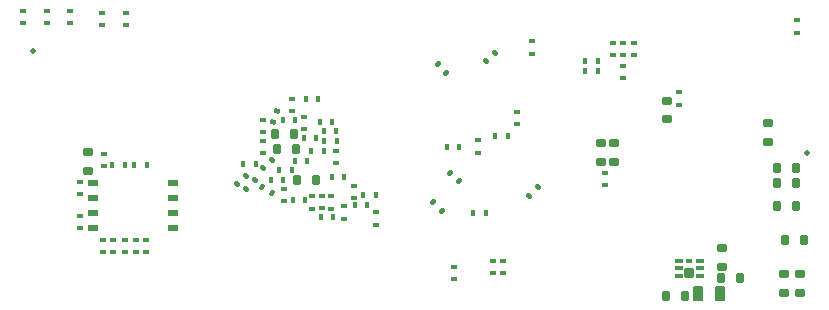
<source format=gbp>
G04*
G04 #@! TF.GenerationSoftware,Altium Limited,Altium Designer,22.5.1 (42)*
G04*
G04 Layer_Color=128*
%FSLAX24Y24*%
%MOIN*%
G70*
G04*
G04 #@! TF.SameCoordinates,15B8646E-C553-4937-87EE-17013A6B0CAB*
G04*
G04*
G04 #@! TF.FilePolarity,Positive*
G04*
G01*
G75*
%ADD16C,0.0197*%
G04:AMPARAMS|DCode=17|XSize=27.6mil|YSize=31.5mil|CornerRadius=3.4mil|HoleSize=0mil|Usage=FLASHONLY|Rotation=270.000|XOffset=0mil|YOffset=0mil|HoleType=Round|Shape=RoundedRectangle|*
%AMROUNDEDRECTD17*
21,1,0.0276,0.0246,0,0,270.0*
21,1,0.0207,0.0315,0,0,270.0*
1,1,0.0069,-0.0123,-0.0103*
1,1,0.0069,-0.0123,0.0103*
1,1,0.0069,0.0123,0.0103*
1,1,0.0069,0.0123,-0.0103*
%
%ADD17ROUNDEDRECTD17*%
G04:AMPARAMS|DCode=23|XSize=50mil|YSize=35mil|CornerRadius=4.4mil|HoleSize=0mil|Usage=FLASHONLY|Rotation=270.000|XOffset=0mil|YOffset=0mil|HoleType=Round|Shape=RoundedRectangle|*
%AMROUNDEDRECTD23*
21,1,0.0500,0.0263,0,0,270.0*
21,1,0.0413,0.0350,0,0,270.0*
1,1,0.0088,-0.0131,-0.0206*
1,1,0.0088,-0.0131,0.0206*
1,1,0.0088,0.0131,0.0206*
1,1,0.0088,0.0131,-0.0206*
%
%ADD23ROUNDEDRECTD23*%
G04:AMPARAMS|DCode=24|XSize=15.7mil|YSize=19.7mil|CornerRadius=2mil|HoleSize=0mil|Usage=FLASHONLY|Rotation=180.000|XOffset=0mil|YOffset=0mil|HoleType=Round|Shape=RoundedRectangle|*
%AMROUNDEDRECTD24*
21,1,0.0157,0.0157,0,0,180.0*
21,1,0.0118,0.0197,0,0,180.0*
1,1,0.0039,-0.0059,0.0079*
1,1,0.0039,0.0059,0.0079*
1,1,0.0039,0.0059,-0.0079*
1,1,0.0039,-0.0059,-0.0079*
%
%ADD24ROUNDEDRECTD24*%
G04:AMPARAMS|DCode=25|XSize=15.7mil|YSize=19.7mil|CornerRadius=2mil|HoleSize=0mil|Usage=FLASHONLY|Rotation=270.000|XOffset=0mil|YOffset=0mil|HoleType=Round|Shape=RoundedRectangle|*
%AMROUNDEDRECTD25*
21,1,0.0157,0.0157,0,0,270.0*
21,1,0.0118,0.0197,0,0,270.0*
1,1,0.0039,-0.0079,-0.0059*
1,1,0.0039,-0.0079,0.0059*
1,1,0.0039,0.0079,0.0059*
1,1,0.0039,0.0079,-0.0059*
%
%ADD25ROUNDEDRECTD25*%
G04:AMPARAMS|DCode=28|XSize=27.6mil|YSize=31.5mil|CornerRadius=3.4mil|HoleSize=0mil|Usage=FLASHONLY|Rotation=180.000|XOffset=0mil|YOffset=0mil|HoleType=Round|Shape=RoundedRectangle|*
%AMROUNDEDRECTD28*
21,1,0.0276,0.0246,0,0,180.0*
21,1,0.0207,0.0315,0,0,180.0*
1,1,0.0069,-0.0103,0.0123*
1,1,0.0069,0.0103,0.0123*
1,1,0.0069,0.0103,-0.0123*
1,1,0.0069,-0.0103,-0.0123*
%
%ADD28ROUNDEDRECTD28*%
G04:AMPARAMS|DCode=73|XSize=31.5mil|YSize=22.8mil|CornerRadius=2.9mil|HoleSize=0mil|Usage=FLASHONLY|Rotation=180.000|XOffset=0mil|YOffset=0mil|HoleType=Round|Shape=RoundedRectangle|*
%AMROUNDEDRECTD73*
21,1,0.0315,0.0171,0,0,180.0*
21,1,0.0258,0.0228,0,0,180.0*
1,1,0.0057,-0.0129,0.0086*
1,1,0.0057,0.0129,0.0086*
1,1,0.0057,0.0129,-0.0086*
1,1,0.0057,-0.0129,-0.0086*
%
%ADD73ROUNDEDRECTD73*%
G04:AMPARAMS|DCode=74|XSize=13.8mil|YSize=23.6mil|CornerRadius=1.7mil|HoleSize=0mil|Usage=FLASHONLY|Rotation=90.000|XOffset=0mil|YOffset=0mil|HoleType=Round|Shape=RoundedRectangle|*
%AMROUNDEDRECTD74*
21,1,0.0138,0.0202,0,0,90.0*
21,1,0.0103,0.0236,0,0,90.0*
1,1,0.0034,0.0101,0.0052*
1,1,0.0034,0.0101,-0.0052*
1,1,0.0034,-0.0101,-0.0052*
1,1,0.0034,-0.0101,0.0052*
%
%ADD74ROUNDEDRECTD74*%
G04:AMPARAMS|DCode=75|XSize=13.8mil|YSize=22mil|CornerRadius=1.7mil|HoleSize=0mil|Usage=FLASHONLY|Rotation=90.000|XOffset=0mil|YOffset=0mil|HoleType=Round|Shape=RoundedRectangle|*
%AMROUNDEDRECTD75*
21,1,0.0138,0.0186,0,0,90.0*
21,1,0.0103,0.0220,0,0,90.0*
1,1,0.0034,0.0093,0.0052*
1,1,0.0034,0.0093,-0.0052*
1,1,0.0034,-0.0093,-0.0052*
1,1,0.0034,-0.0093,0.0052*
%
%ADD75ROUNDEDRECTD75*%
G04:AMPARAMS|DCode=76|XSize=35.4mil|YSize=31.5mil|CornerRadius=3.9mil|HoleSize=0mil|Usage=FLASHONLY|Rotation=90.000|XOffset=0mil|YOffset=0mil|HoleType=Round|Shape=RoundedRectangle|*
%AMROUNDEDRECTD76*
21,1,0.0354,0.0236,0,0,90.0*
21,1,0.0276,0.0315,0,0,90.0*
1,1,0.0079,0.0118,0.0138*
1,1,0.0079,0.0118,-0.0138*
1,1,0.0079,-0.0118,-0.0138*
1,1,0.0079,-0.0118,0.0138*
%
%ADD76ROUNDEDRECTD76*%
G04:AMPARAMS|DCode=77|XSize=15.7mil|YSize=19.7mil|CornerRadius=2mil|HoleSize=0mil|Usage=FLASHONLY|Rotation=225.000|XOffset=0mil|YOffset=0mil|HoleType=Round|Shape=RoundedRectangle|*
%AMROUNDEDRECTD77*
21,1,0.0157,0.0157,0,0,225.0*
21,1,0.0118,0.0197,0,0,225.0*
1,1,0.0039,-0.0097,0.0014*
1,1,0.0039,-0.0014,0.0097*
1,1,0.0039,0.0097,-0.0014*
1,1,0.0039,0.0014,-0.0097*
%
%ADD77ROUNDEDRECTD77*%
G04:AMPARAMS|DCode=78|XSize=15.7mil|YSize=19.7mil|CornerRadius=2mil|HoleSize=0mil|Usage=FLASHONLY|Rotation=150.000|XOffset=0mil|YOffset=0mil|HoleType=Round|Shape=RoundedRectangle|*
%AMROUNDEDRECTD78*
21,1,0.0157,0.0157,0,0,150.0*
21,1,0.0118,0.0197,0,0,150.0*
1,1,0.0039,-0.0012,0.0098*
1,1,0.0039,0.0091,0.0039*
1,1,0.0039,0.0012,-0.0098*
1,1,0.0039,-0.0091,-0.0039*
%
%ADD78ROUNDEDRECTD78*%
G04:AMPARAMS|DCode=79|XSize=15.7mil|YSize=19.7mil|CornerRadius=2mil|HoleSize=0mil|Usage=FLASHONLY|Rotation=250.000|XOffset=0mil|YOffset=0mil|HoleType=Round|Shape=RoundedRectangle|*
%AMROUNDEDRECTD79*
21,1,0.0157,0.0157,0,0,250.0*
21,1,0.0118,0.0197,0,0,250.0*
1,1,0.0039,-0.0094,-0.0029*
1,1,0.0039,-0.0054,0.0082*
1,1,0.0039,0.0094,0.0029*
1,1,0.0039,0.0054,-0.0082*
%
%ADD79ROUNDEDRECTD79*%
G04:AMPARAMS|DCode=80|XSize=15.7mil|YSize=19.7mil|CornerRadius=2mil|HoleSize=0mil|Usage=FLASHONLY|Rotation=135.000|XOffset=0mil|YOffset=0mil|HoleType=Round|Shape=RoundedRectangle|*
%AMROUNDEDRECTD80*
21,1,0.0157,0.0157,0,0,135.0*
21,1,0.0118,0.0197,0,0,135.0*
1,1,0.0039,0.0014,0.0097*
1,1,0.0039,0.0097,0.0014*
1,1,0.0039,-0.0014,-0.0097*
1,1,0.0039,-0.0097,-0.0014*
%
%ADD80ROUNDEDRECTD80*%
D16*
X26709Y6628D02*
D03*
X932Y10033D02*
D03*
D17*
X25433Y7638D02*
D03*
Y7008D02*
D03*
X20300Y6980D02*
D03*
Y6350D02*
D03*
X22047Y8386D02*
D03*
Y7756D02*
D03*
X25945Y1969D02*
D03*
Y2598D02*
D03*
X26496Y1969D02*
D03*
Y2598D02*
D03*
X23876Y3481D02*
D03*
Y2851D02*
D03*
X19850Y6350D02*
D03*
Y6980D02*
D03*
X2740Y6656D02*
D03*
Y6026D02*
D03*
D23*
X23828Y1932D02*
D03*
X23080D02*
D03*
D24*
X3563Y6220D02*
D03*
X3976D02*
D03*
X4291Y6220D02*
D03*
X4705D02*
D03*
X14706Y6843D02*
D03*
X15120D02*
D03*
X10887Y5850D02*
D03*
X11300D02*
D03*
X12335Y5228D02*
D03*
X11922D02*
D03*
X9538Y6063D02*
D03*
X9124D02*
D03*
X10188Y6710D02*
D03*
X10602D02*
D03*
X9663Y7750D02*
D03*
X9250D02*
D03*
X10059Y6378D02*
D03*
X9646D02*
D03*
X9989Y5058D02*
D03*
X9575D02*
D03*
X7932Y6284D02*
D03*
X8345D02*
D03*
X10513Y4504D02*
D03*
X10926D02*
D03*
X11643Y4895D02*
D03*
X12056D02*
D03*
X9250Y5722D02*
D03*
X8836D02*
D03*
X10899Y7669D02*
D03*
X10486D02*
D03*
X19747Y9368D02*
D03*
X19333D02*
D03*
X19743Y9716D02*
D03*
X19330D02*
D03*
X11037Y7032D02*
D03*
X10623D02*
D03*
X10423Y8445D02*
D03*
X10010D02*
D03*
X9937Y7125D02*
D03*
X10351D02*
D03*
X11030Y7357D02*
D03*
X10617D02*
D03*
X16013Y4650D02*
D03*
X15600D02*
D03*
X16741Y7190D02*
D03*
X16328D02*
D03*
D25*
X3228Y10906D02*
D03*
Y11319D02*
D03*
X4016Y10906D02*
D03*
Y11319D02*
D03*
X26378Y10650D02*
D03*
Y11063D02*
D03*
X2165Y11378D02*
D03*
Y10965D02*
D03*
X1378Y11378D02*
D03*
Y10965D02*
D03*
X591Y11378D02*
D03*
Y10965D02*
D03*
X22450Y8250D02*
D03*
Y8663D02*
D03*
X9275Y5437D02*
D03*
Y5024D02*
D03*
X10233Y5198D02*
D03*
Y4785D02*
D03*
X12350Y4663D02*
D03*
Y4250D02*
D03*
X4000Y3337D02*
D03*
Y3750D02*
D03*
X20600Y10300D02*
D03*
Y9887D02*
D03*
X20250D02*
D03*
Y10300D02*
D03*
X11007Y6305D02*
D03*
Y6718D02*
D03*
X3250Y3337D02*
D03*
Y3750D02*
D03*
X3600Y3337D02*
D03*
Y3750D02*
D03*
X16600Y2637D02*
D03*
Y3050D02*
D03*
X17050Y7600D02*
D03*
Y8013D02*
D03*
X8588Y7742D02*
D03*
Y7328D02*
D03*
X20000Y5571D02*
D03*
Y5984D02*
D03*
X8583Y7047D02*
D03*
Y6634D02*
D03*
X11289Y4856D02*
D03*
Y4442D02*
D03*
X11612Y5135D02*
D03*
Y5549D02*
D03*
X10865Y5196D02*
D03*
Y4782D02*
D03*
X4700Y3337D02*
D03*
Y3750D02*
D03*
X4350Y3337D02*
D03*
Y3750D02*
D03*
X2480Y5669D02*
D03*
Y5256D02*
D03*
X3298Y6612D02*
D03*
Y6198D02*
D03*
X20950Y9887D02*
D03*
Y10300D02*
D03*
X20600Y9137D02*
D03*
Y9550D02*
D03*
X17557Y10354D02*
D03*
Y9941D02*
D03*
X15750Y6650D02*
D03*
Y7063D02*
D03*
X9950Y7437D02*
D03*
Y7850D02*
D03*
X9550Y8450D02*
D03*
Y8037D02*
D03*
X14967Y2433D02*
D03*
Y2846D02*
D03*
X16250Y2637D02*
D03*
Y3050D02*
D03*
X10539Y4790D02*
D03*
Y5204D02*
D03*
X2470Y4122D02*
D03*
Y4536D02*
D03*
D28*
X22656Y1875D02*
D03*
X22026D02*
D03*
X23855Y2459D02*
D03*
X24485D02*
D03*
X9606Y7283D02*
D03*
X8976D02*
D03*
X25709Y5630D02*
D03*
X26339D02*
D03*
X26339Y4882D02*
D03*
X25709D02*
D03*
X26339Y6142D02*
D03*
X25709D02*
D03*
X25984Y3740D02*
D03*
X26614D02*
D03*
X10336Y5753D02*
D03*
X9706D02*
D03*
X9061Y6772D02*
D03*
X9691D02*
D03*
D73*
X5591Y4646D02*
D03*
Y4146D02*
D03*
Y5646D02*
D03*
Y5146D02*
D03*
X2913Y5646D02*
D03*
Y4146D02*
D03*
Y4646D02*
D03*
Y5146D02*
D03*
D74*
X23150Y2795D02*
D03*
X22441Y3051D02*
D03*
X23150D02*
D03*
X22441Y2795D02*
D03*
Y2539D02*
D03*
X23150D02*
D03*
D75*
X22795Y3051D02*
D03*
D76*
Y2638D02*
D03*
D77*
X8599Y6121D02*
D03*
X8891Y6413D02*
D03*
X7717Y5591D02*
D03*
X8009Y5884D02*
D03*
X8010Y5430D02*
D03*
X8302Y5723D02*
D03*
X17445Y5218D02*
D03*
X17737Y5510D02*
D03*
X16306Y9979D02*
D03*
X16013Y9687D02*
D03*
D78*
X8897Y5303D02*
D03*
X8539Y5510D02*
D03*
D79*
X9063Y8052D02*
D03*
X8922Y7664D02*
D03*
D80*
X14700Y9300D02*
D03*
X14408Y9592D02*
D03*
X14829Y5982D02*
D03*
X15121Y5690D02*
D03*
X14542Y4708D02*
D03*
X14250Y5000D02*
D03*
M02*

</source>
